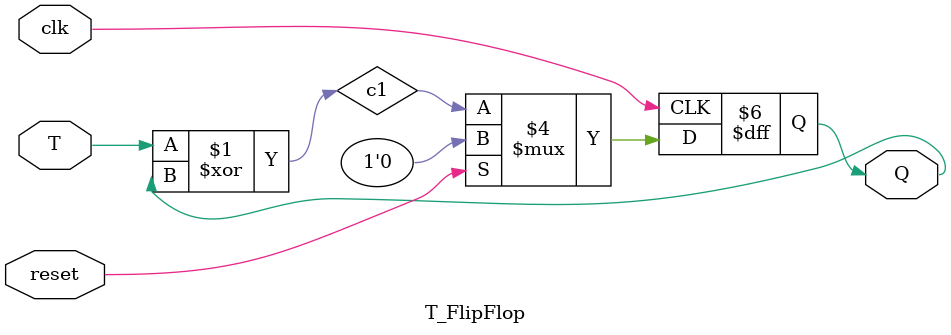
<source format=sv>
module part1 (input logic Clock, input logic Enable, input logic Reset, output logic [7:0] CounterValue);
    logic [6:0] c;
    assign c[0] = CounterValue[0] & Enable;
    genvar i;
    generate
        for(i = 1; i < 7; i++) begin
            assign c[i] = CounterValue[i] & c[i - 1];
        end
    endgenerate

    T_FlipFlop u0(.T(Enable), .clk(Clock), .reset(Reset), .Q(CounterValue[0]));
    T_FlipFlop u1(.T(c[0]), .clk(Clock), .reset(Reset), .Q(CounterValue[1]));
    T_FlipFlop u2(.T(c[1]), .clk(Clock), .reset(Reset), .Q(CounterValue[2]));
    T_FlipFlop u3(.T(c[2]), .clk(Clock), .reset(Reset), .Q(CounterValue[3]));
    T_FlipFlop u4(.T(c[3]), .clk(Clock), .reset(Reset), .Q(CounterValue[4]));
    T_FlipFlop u5(.T(c[4]), .clk(Clock), .reset(Reset), .Q(CounterValue[5]));
    T_FlipFlop u6(.T(c[5]), .clk(Clock), .reset(Reset), .Q(CounterValue[6]));
    T_FlipFlop u7(.T(c[6]), .clk(Clock), .reset(Reset), .Q(CounterValue[7]));


endmodule

module T_FlipFlop(input logic T, input logic clk, input logic reset, output logic Q);
    logic c1;
    assign c1 = T ^ Q; 

    always_ff @(posedge clk)
    begin
        if(reset)
            Q <= 1'b0;
        else
            Q <= c1;
    end
endmodule
</source>
